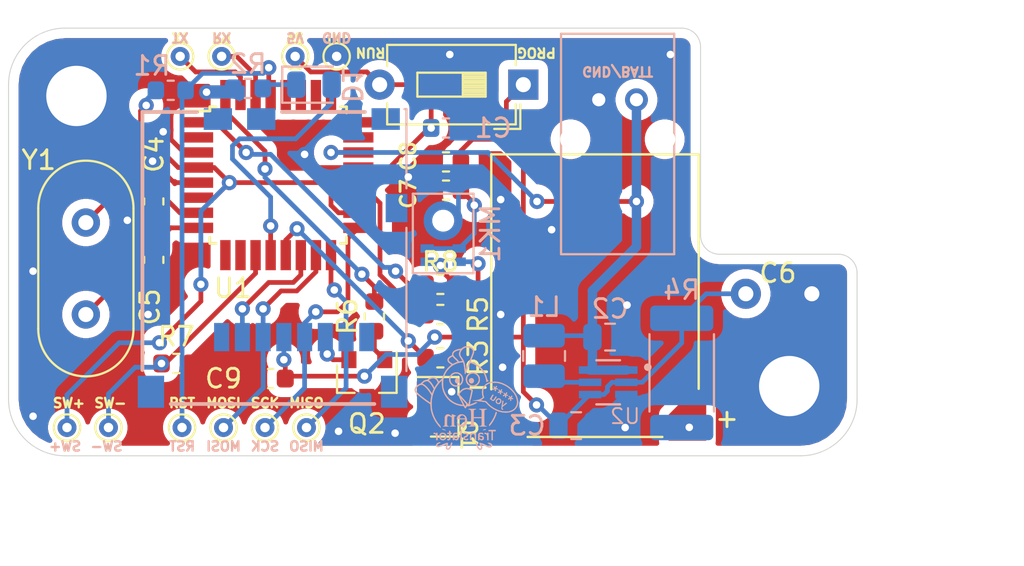
<source format=kicad_pcb>
(kicad_pcb (version 20171130) (host pcbnew "(5.1.8)-1")
  (layers (0 F.Cu signal) (31 B.Cu signal) (34 B.Paste user) (35 F.Paste user) (36 B.SilkS user) (37 F.SilkS user) (38 B.Mask user) (39 F.Mask user) (44 Edge.Cuts user))
  (net 0 "")
  (net 1 MCU_POWER)
  (net 2 GND)
  (net 3 +BATT)
  (net 4 +3V3)
  (net 5 "Net-(C4-Pad2)")
  (net 6 "Net-(C5-Pad2)")
  (net 7 "Net-(D1-Pad1)")
  (net 8 "Net-(D1-Pad2)")
  (net 9 "Net-(J1-Pad9)")
  (net 10 "Net-(J1-Pad8)")
  (net 11 /MISO)
  (net 12 /SCK)
  (net 13 /MOSI)
  (net 14 /CS)
  (net 15 "Net-(J1-Pad1)")
  (net 16 "Net-(L1-Pad2)")
  (net 17 "Net-(LS1-Pad1)")
  (net 18 "Net-(LS1-Pad2)")
  (net 19 "Net-(MK1-Pad1)")
  (net 20 "Net-(MK1-Pad3)")
  (net 21 "Net-(Q1-Pad1)")
  (net 22 "Net-(Q2-Pad1)")
  (net 23 /RESET)
  (net 24 /SPEAKER)
  (net 25 /MICDATA)
  (net 26 /SD_POWER)
  (net 27 "Net-(R7-Pad1)")
  (net 28 /MICCLK)
  (net 29 "Net-(U1-Pad2)")
  (net 30 "Net-(U1-Pad9)")
  (net 31 "Net-(U1-Pad10)")
  (net 32 "Net-(U1-Pad23)")
  (net 33 "Net-(U1-Pad24)")
  (net 34 "Net-(U1-Pad25)")
  (net 35 "Net-(U1-Pad26)")
  (net 36 "Net-(U1-Pad27)")
  (net 37 "Net-(U1-Pad28)")
  (net 38 "Net-(TP9-Pad1)")
  (net 39 "Net-(TP10-Pad1)")
  (net 40 "Net-(J1-Pad6)")
  (net 41 "Net-(J1-Pad10)")
  (module Board:logo (layer B.Cu) (at 44.2 39.6 180)
    (fp_text reference G*** hide)
    (fp_text value LOGO hide)
  )
  (module Board:MOLEX_5025700893 (layer B.Cu) (at 34 32.2)
    (fp_text reference J1 hide)
    (fp_text value 5025700893)
    (pad 8 smd rect (at 5 4.2) (size 0.8 1.5) (layers B.Cu B.Paste B.Mask) (net 10 "Net-(J1-Pad8)"))
    (pad 7 smd rect (at 3.9 4.2) (size 0.8 1.5) (layers B.Cu B.Paste B.Mask) (net 11 /MISO))
    (pad 6 smd rect (at 2.8 4.2) (size 0.8 1.5) (layers B.Cu B.Paste B.Mask) (net 40 "Net-(J1-Pad6)"))
    (pad 5 smd rect (at 1.7 4.2) (size 0.8 1.5) (layers B.Cu B.Paste B.Mask) (net 12 /SCK))
    (pad 4 smd rect (at 0.6 4.2) (size 0.8 1.5) (layers B.Cu B.Paste B.Mask) (net 4 +3V3))
    (pad 3 smd rect (at -0.5 4.2) (size 0.8 1.5) (layers B.Cu B.Paste B.Mask) (net 13 /MOSI))
    (pad 2 smd rect (at -1.6 4.2) (size 0.8 1.5) (layers B.Cu B.Paste B.Mask) (net 14 /CS))
    (pad 1 smd rect (at -2.7 4.2) (size 0.8 1.5) (layers B.Cu B.Paste B.Mask) (net 15 "Net-(J1-Pad1)"))
    (pad 9 smd rect (at 6.575 -2.65) (size 1.15 1.5) (layers B.Cu B.Paste B.Mask) (net 9 "Net-(J1-Pad9)"))
    (pad P$5 smd rect (at 6 -7.375) (size 1.5 1.15) (layers B.Cu B.Paste B.Mask))
    (pad 10 smd rect (at -0.6 -7.375) (size 1.5 1.15) (layers B.Cu B.Paste B.Mask) (net 41 "Net-(J1-Pad10)"))
    (pad P$3 smd rect (at -2.9 -7.375) (size 1.5 1.15) (layers B.Cu B.Paste B.Mask))
    (pad P$2 smd rect (at 6.45 7.1) (size 1.4 1.7) (layers B.Cu B.Paste B.Mask))
    (pad P$1 smd rect (at -6.45 7.1) (size 1.4 1.7) (layers B.Cu B.Paste B.Mask))
  )
  (module Capacitor_THT:C_Radial_D8.0mm_H11.5mm_P3.50mm (layer F.Cu) (at 59.1 34.1)
    (fp_text reference C6 (at 1.7 -1.1) (layer F.SilkS))
    (fp_text value 1000uF)
    (pad 1 thru_hole circle (at 0 0) (size 1.6 1.6) (drill 0.8) (layers *.Cu *.Mask) (net 4 +3V3))
    (pad 2 thru_hole circle (at 3.5 0) (size 1.6 1.6) (drill 0.8) (layers *.Cu *.Mask) (net 2 GND))
  )
  (module Board:SPKR_CMS-151135-078S-67 (layer F.Cu) (at 51.1 34.2)
    (fp_text reference LS1 hide)
    (fp_text value Speaker hide)
    (fp_poly (pts (xy -5.9 5.3) (xy -4.92 5.3) (xy -3.9 6.32) (xy -3.9 7.7) (xy -5.9 7.7)) (layer F.Cu) (width 0.0001))
    (fp_poly (pts (xy 4.92 5.3) (xy 5.9 5.3) (xy 5.9 7.7) (xy 3.9 7.7) (xy 3.9 6.32)) (layer F.Cu) (width 0.0001))
    (fp_line (start -5.9 7.7) (end -5.9 5.3) (layer F.Cu) (width 0.0001))
    (fp_line (start -5.9 5.3) (end -4.92 5.3) (layer F.Cu) (width 0.0001))
    (fp_line (start -4.92 5.3) (end -3.9 6.32) (layer F.Cu) (width 0.0001))
    (fp_line (start -3.9 6.32) (end -3.9 7.7) (layer F.Cu) (width 0.0001))
    (fp_line (start -3.9 7.7) (end -5.9 7.7) (layer F.Cu) (width 0.0001))
    (fp_text user - (at -6.2 4.8) (layer F.SilkS))
    (fp_text user + (at 7 6.5) (layer F.SilkS))
    (pad 2 smd rect (at -5 6.99) (size 1 1) (layers F.Cu) (net 18 "Net-(LS1-Pad2)"))
    (pad 1 smd rect (at 5 6.99) (size 1 1) (layers F.Cu) (net 17 "Net-(LS1-Pad1)"))
  )
  (module MountingHole:MountingHole_3.2mm_M3_DIN965_Pad (layer F.Cu) (at 61.4 39)
    (fp_text reference REF** hide)
    (fp_text value MountingHole_3.2mm_M3_DIN965_Pad hide)
    (pad 1 thru_hole circle (at 0 0) (size 5.6 5.6) (drill 3.2) (layers *.Cu *.Mask) (net 2 GND))
  )
  (module MountingHole:MountingHole_3.2mm_M3_DIN965_Pad (layer F.Cu) (at 23.6 23.6)
    (fp_text reference REF** hide)
    (fp_text value MountingHole_3.2mm_M3_DIN965_Pad hide)
    (pad 1 thru_hole circle (at 0 0) (size 5.6 5.6) (drill 3.2) (layers *.Cu *.Mask) (net 2 GND))
  )
  (module Capacitor_SMD:C_0603_1608Metric (layer B.Cu) (at 43.2 25.3)
    (fp_text reference C1 (at 2.5 0 180) (layer B.SilkS) (effects (justify mirror)))
    (fp_text value 100nF)
    (pad 1 smd roundrect (at -0.7875 0) (size 0.875 0.95) (layers B.Cu B.Paste B.Mask) (net 1 MCU_POWER))
    (pad 2 smd roundrect (at 0.7875 0) (size 0.875 0.95) (layers B.Cu B.Paste B.Mask) (net 2 GND))
  )
  (module Capacitor_SMD:C_0805_2012Metric (layer B.Cu) (at 51.9 36.4)
    (fp_text reference C2 (at 0 -1.5) (layer B.SilkS) (effects (justify mirror)))
    (fp_text value 10uF)
    (pad 2 smd roundrect (at 0.9375 0) (size 0.975 1.4) (layers B.Cu B.Paste B.Mask) (net 2 GND))
    (pad 1 smd roundrect (at -0.9375 0) (size 0.975 1.4) (layers B.Cu B.Paste B.Mask) (net 3 +BATT))
  )
  (module Capacitor_SMD:C_0805_2012Metric (layer B.Cu) (at 50.1 41.1)
    (fp_text reference C3 (at -2.6 0) (layer B.SilkS) (effects (justify mirror)))
    (fp_text value 10uF)
    (pad 1 smd roundrect (at -0.9375 0) (size 0.975 1.4) (layers B.Cu B.Paste B.Mask) (net 4 +3V3))
    (pad 2 smd roundrect (at 0.9375 0) (size 0.975 1.4) (layers B.Cu B.Paste B.Mask) (net 2 GND))
  )
  (module Capacitor_SMD:C_0603_1608Metric (layer F.Cu) (at 27.7 29.2 90)
    (fp_text reference C4 (at 2.5 0 90) (layer F.SilkS))
    (fp_text value 18pF)
    (pad 1 smd roundrect (at -0.7875 0 90) (size 0.875 0.95) (layers F.Cu F.Paste F.Mask) (net 2 GND))
    (pad 2 smd roundrect (at 0.7875 0 90) (size 0.875 0.95) (layers F.Cu F.Paste F.Mask) (net 5 "Net-(C4-Pad2)"))
  )
  (module Capacitor_SMD:C_0603_1608Metric (layer F.Cu) (at 27.7 32.3 90)
    (fp_text reference C5 (at -2.5 -0.2 90) (layer F.SilkS))
    (fp_text value 18pF)
    (pad 2 smd roundrect (at 0.7875 0 90) (size 0.875 0.95) (layers F.Cu F.Paste F.Mask) (net 6 "Net-(C5-Pad2)"))
    (pad 1 smd roundrect (at -0.7875 0 90) (size 0.875 0.95) (layers F.Cu F.Paste F.Mask) (net 2 GND))
  )
  (module Capacitor_SMD:C_0603_1608Metric (layer F.Cu) (at 43.2 28.6)
    (fp_text reference C7 (at -2 0.2 90) (layer F.SilkS) (effects (font (size 0.8 0.8))))
    (fp_text value 100nF)
    (pad 2 smd roundrect (at 0.7875 0) (size 0.875 0.95) (layers F.Cu F.Paste F.Mask) (net 4 +3V3))
    (pad 1 smd roundrect (at -0.7875 0) (size 0.875 0.95) (layers F.Cu F.Paste F.Mask) (net 2 GND))
  )
  (module Capacitor_SMD:C_0603_1608Metric (layer F.Cu) (at 43.2 27.1)
    (fp_text reference C8 (at -2 -0.3 90) (layer F.SilkS) (effects (font (size 0.8 0.8))))
    (fp_text value 100nF)
    (pad 1 smd roundrect (at -0.7875 0) (size 0.875 0.95) (layers F.Cu F.Paste F.Mask) (net 2 GND))
    (pad 2 smd roundrect (at 0.7875 0) (size 0.875 0.95) (layers F.Cu F.Paste F.Mask) (net 4 +3V3))
  )
  (module LED_SMD:LED_0805_2012Metric (layer B.Cu) (at 36.2 23)
    (fp_text reference D1 (at 2 0 270 unlocked) (layer B.SilkS) (effects (justify mirror)))
    (fp_text value RED)
    (pad 1 smd roundrect (at -0.9375 0) (size 0.975 1.4) (layers B.Cu B.Paste B.Mask) (net 7 "Net-(D1-Pad1)"))
    (pad 2 smd roundrect (at 0.9375 0) (size 0.975 1.4) (layers B.Cu B.Paste B.Mask) (net 8 "Net-(D1-Pad2)"))
  )
  (module ConnectorsEvo:S02B-PASK (layer B.Cu) (at 52.3 23.8)
    (fp_text reference J2 hide)
    (fp_text value Conn_01x02_Male)
    (pad "" np_thru_hole circle (at 2.5 2.1) (size 1.1 1.1) (drill 1.1) (layers *.Cu *.Mask))
    (pad 2 thru_hole circle (at -1 0) (size 1.208 1.208) (drill 0.7) (layers *.Cu *.Mask) (net 2 GND))
    (pad 1 thru_hole circle (at 1 0) (size 1.208 1.208) (drill 0.7) (layers *.Cu *.Mask F.Adhes) (net 3 +BATT))
    (pad "" np_thru_hole circle (at -2.5 2.1) (size 1.1 1.1) (drill 1.1) (layers *.Cu *.Mask))
  )
  (module Inductor_SMD:L_1008_2520Metric (layer B.Cu) (at 48.4 37.4 270)
    (fp_text reference L1 (at -2.6 0 180) (layer B.SilkS) (effects (justify mirror)))
    (fp_text value 4.7uH)
    (pad 1 smd roundrect (at -1.075 0 270) (size 1.25 2.2) (layers B.Cu B.Paste B.Mask) (roundrect_rratio 0.2) (net 3 +BATT))
    (pad 2 smd roundrect (at 1.075 0 270) (size 1.25 2.2) (layers B.Cu B.Paste B.Mask) (roundrect_rratio 0.2) (net 16 "Net-(L1-Pad2)"))
  )
  (module Sensor_Audio:Infineon_PG-LLGA-5-1 (layer B.Cu) (at 43.05 30.9 90)
    (fp_text reference MK1 (at 0 2.5 270) (layer B.SilkS) (effects (justify mirror)))
    (fp_text value IM69D120)
    (pad 1 smd rect (at -1.5 0.85 90) (size 0.45 0.7) (layers B.Cu B.Mask) (net 19 "Net-(MK1-Pad1)"))
    (pad 2 smd rect (at -0.8 0.85 90) (size 0.45 0.7) (layers B.Cu B.Mask) (net 4 +3V3))
    (pad 3 smd rect (at -1.5 -0.85 90) (size 0.45 0.7) (layers B.Cu B.Mask) (net 20 "Net-(MK1-Pad3)"))
    (pad 4 smd rect (at -0.8 -0.85 90) (size 0.45 0.7) (layers B.Cu B.Mask) (net 4 +3V3))
    (pad "" np_thru_hole circle (at 0.68 0 90) (size 0.8 0.8) (drill 0.8) (layers *.Cu *.Mask))
    (pad 5 smd custom (at 0.68 0.81 90) (size 0.4 0.4) (layers B.Cu B.Mask) (net 2 GND) (options (clearance outline) (anchor circle)) (primitives (gr_circle (center 0 -0.81) (end 0.81 -0.81) (width 0.46))))
  )
  (module Package_TO_SOT_SMD:SOT-23 (layer F.Cu) (at 43.1 40.1)
    (fp_text reference Q1 (at 1.3 1.5 270 unlocked) (layer F.SilkS) (effects (font (size 0.8 0.8))))
    (fp_text value Q_NMOS_GSD)
    (pad 1 smd rect (at -1 -0.95) (size 0.9 0.8) (layers F.Cu F.Paste F.Mask) (net 21 "Net-(Q1-Pad1)"))
    (pad 2 smd rect (at -1 0.95) (size 0.9 0.8) (layers F.Cu F.Paste F.Mask) (net 18 "Net-(LS1-Pad2)"))
    (pad 3 smd rect (at 1 0) (size 0.9 0.8) (layers F.Cu F.Paste F.Mask) (net 2 GND))
  )
  (module Package_TO_SOT_SMD:SOT-23 (layer F.Cu) (at 39 38.6 270)
    (fp_text reference Q2 (at 2.4 0 180) (layer F.SilkS))
    (fp_text value Q_NMOS_GSD)
    (pad 3 smd rect (at 1 0 270) (size 0.9 0.8) (layers F.Cu F.Paste F.Mask) (net 2 GND))
    (pad 2 smd rect (at -1 0.95 270) (size 0.9 0.8) (layers F.Cu F.Paste F.Mask) (net 40 "Net-(J1-Pad6)"))
    (pad 1 smd rect (at -1 -0.95 270) (size 0.9 0.8) (layers F.Cu F.Paste F.Mask) (net 22 "Net-(Q2-Pad1)"))
  )
  (module Resistor_SMD:R_0603_1608Metric (layer B.Cu) (at 28.6 23.3)
    (fp_text reference R1 (at -1 -1.3 180) (layer B.SilkS) (effects (justify mirror)))
    (fp_text value 10k)
    (pad 1 smd roundrect (at -0.7875 0) (size 0.875 0.95) (layers B.Cu B.Paste B.Mask) (net 1 MCU_POWER))
    (pad 2 smd roundrect (at 0.7875 0) (size 0.875 0.95) (layers B.Cu B.Paste B.Mask) (net 23 /RESET))
  )
  (module Resistor_SMD:R_0603_1608Metric (layer B.Cu) (at 32.7 23.2 180)
    (fp_text reference R2 (at 0 1.3) (layer B.SilkS) (effects (justify mirror)))
    (fp_text value 120)
    (pad 1 smd roundrect (at -0.7875 0 180) (size 0.875 0.95) (layers B.Cu B.Paste B.Mask) (net 7 "Net-(D1-Pad1)"))
    (pad 2 smd roundrect (at 0.7875 0 180) (size 0.875 0.95) (layers B.Cu B.Paste B.Mask) (net 2 GND))
  )
  (module Resistor_SMD:R_0603_1608Metric (layer F.Cu) (at 42.9 37.5 180)
    (fp_text reference R3 (at -2 0 90) (layer F.SilkS))
    (fp_text value 1k)
    (pad 2 smd roundrect (at 0.7875 0 180) (size 0.875 0.95) (layers F.Cu F.Paste F.Mask) (net 24 /SPEAKER))
    (pad 1 smd roundrect (at -0.7875 0 180) (size 0.875 0.95) (layers F.Cu F.Paste F.Mask) (net 21 "Net-(Q1-Pad1)"))
  )
  (module Resistor_SMD:R_2512_6332Metric (layer B.Cu) (at 55.7 38.3 270)
    (fp_text reference R4 (at -4.4 0 180) (layer B.SilkS) (effects (justify mirror)))
    (fp_text value 3.48)
    (pad 1 smd roundrect (at -2.9 0 270) (size 1.35 3.35) (layers B.Cu B.Paste B.Mask) (roundrect_rratio 0.185185) (net 4 +3V3))
    (pad 2 smd roundrect (at 2.9 0 270) (size 1.35 3.35) (layers B.Cu B.Paste B.Mask) (roundrect_rratio 0.185185) (net 17 "Net-(LS1-Pad1)"))
  )
  (module Resistor_SMD:R_0603_1608Metric (layer F.Cu) (at 42.9 35.2 180)
    (fp_text reference R5 (at -2 0 90) (layer F.SilkS))
    (fp_text value 68)
    (pad 2 smd roundrect (at 0.7875 0 180) (size 0.875 0.95) (layers F.Cu F.Paste F.Mask) (net 25 /MICDATA))
    (pad 1 smd roundrect (at -0.7875 0 180) (size 0.875 0.95) (layers F.Cu F.Paste F.Mask) (net 19 "Net-(MK1-Pad1)"))
  )
  (module Resistor_SMD:R_0603_1608Metric (layer F.Cu) (at 39.4 35.3 90)
    (fp_text reference R6 (at 0 -1.43 90) (layer F.SilkS))
    (fp_text value 1k)
    (pad 1 smd roundrect (at -0.7875 0 90) (size 0.875 0.95) (layers F.Cu F.Paste F.Mask) (net 22 "Net-(Q2-Pad1)"))
    (pad 2 smd roundrect (at 0.7875 0 90) (size 0.875 0.95) (layers F.Cu F.Paste F.Mask) (net 26 /SD_POWER))
  )
  (module Resistor_SMD:R_0603_1608Metric (layer F.Cu) (at 28.9 37.8)
    (fp_text reference R7 (at 0 -1.43) (layer F.SilkS))
    (fp_text value 10k)
    (pad 2 smd roundrect (at 0.7875 0) (size 0.875 0.95) (layers F.Cu F.Paste F.Mask) (net 2 GND))
    (pad 1 smd roundrect (at -0.7875 0) (size 0.875 0.95) (layers F.Cu F.Paste F.Mask) (net 27 "Net-(R7-Pad1)"))
  )
  (module Resistor_SMD:R_0603_1608Metric (layer F.Cu) (at 42.9 33.6 180)
    (fp_text reference R8 (at 0 1.2 180) (layer F.SilkS))
    (fp_text value 68)
    (pad 2 smd roundrect (at 0.7875 0 180) (size 0.875 0.95) (layers F.Cu F.Paste F.Mask) (net 28 /MICCLK))
    (pad 1 smd roundrect (at -0.7875 0 180) (size 0.875 0.95) (layers F.Cu F.Paste F.Mask) (net 20 "Net-(MK1-Pad3)"))
  )
  (module Button_Switch_THT:SW_DIP_SPSTx01_Slide_6.7x4.1mm_W7.62mm_P2.54mm_LowProfile (layer F.Cu) (at 47.3 23 180)
    (fp_text reference SW2 hide)
    (fp_text value SW_SPST)
    (pad 1 thru_hole rect (at 0 0 180) (size 1.6 1.6) (drill 0.8) (layers *.Cu *.Mask) (net 4 +3V3))
    (pad 2 thru_hole oval (at 7.62 0 180) (size 1.6 1.6) (drill 0.8) (layers *.Cu *.Mask) (net 1 MCU_POWER))
  )
  (module TestPoint:TestPoint_THTPad_D1.0mm_Drill0.5mm (layer F.Cu) (at 23.1 41.2 180)
    (fp_text reference TP1 hide)
    (fp_text value TestPoint)
    (pad 1 thru_hole circle (at 0 0 180) (size 1 1) (drill 0.5) (layers *.Cu *.Mask) (net 1 MCU_POWER))
  )
  (module TestPoint:TestPoint_THTPad_D1.0mm_Drill0.5mm (layer F.Cu) (at 25.3 41.2 180)
    (fp_text reference TP2 hide)
    (fp_text value TestPoint)
    (pad 1 thru_hole circle (at 0 0 180) (size 1 1) (drill 0.5) (layers *.Cu *.Mask) (net 27 "Net-(R7-Pad1)"))
  )
  (module TestPoint:TestPoint_THTPad_D1.0mm_Drill0.5mm (layer F.Cu) (at 35.2 21.5)
    (fp_text reference TP3 hide)
    (fp_text value TestPoint)
    (pad 1 thru_hole circle (at 0 0) (size 1 1) (drill 0.5) (layers *.Cu *.Mask) (net 1 MCU_POWER))
  )
  (module TestPoint:TestPoint_THTPad_D1.0mm_Drill0.5mm (layer F.Cu) (at 33.6 41.2 180)
    (fp_text reference TP4 hide)
    (fp_text value TestPoint)
    (pad 1 thru_hole circle (at 0 0 180) (size 1 1) (drill 0.5) (layers *.Cu *.Mask) (net 12 /SCK))
  )
  (module TestPoint:TestPoint_THTPad_D1.0mm_Drill0.5mm (layer F.Cu) (at 35.8 41.2 180)
    (fp_text reference TP5 hide)
    (fp_text value TestPoint)
    (pad 1 thru_hole circle (at 0 0 180) (size 1 1) (drill 0.5) (layers *.Cu *.Mask) (net 11 /MISO))
  )
  (module TestPoint:TestPoint_THTPad_D1.0mm_Drill0.5mm (layer F.Cu) (at 31.4 41.2 180)
    (fp_text reference TP6 hide)
    (fp_text value TestPoint)
    (pad 1 thru_hole circle (at 0 0 180) (size 1 1) (drill 0.5) (layers *.Cu *.Mask) (net 13 /MOSI))
  )
  (module TestPoint:TestPoint_THTPad_D1.0mm_Drill0.5mm (layer F.Cu) (at 29.2 41.2 180)
    (fp_text reference TP7 hide)
    (fp_text value TestPoint)
    (pad 1 thru_hole circle (at 0 0 180) (size 1 1) (drill 0.5) (layers *.Cu *.Mask) (net 23 /RESET))
  )
  (module TestPoint:TestPoint_THTPad_D1.0mm_Drill0.5mm (layer F.Cu) (at 37.4 21.5)
    (fp_text reference TP8 hide)
    (fp_text value TestPoint)
    (pad 1 thru_hole circle (at 0 0) (size 1 1) (drill 0.5) (layers *.Cu *.Mask) (net 2 GND))
  )
  (module Package_QFP:TQFP-32_7x7mm_P0.8mm (layer F.Cu) (at 34.3 27.8)
    (fp_text reference U1 (at -2.4 6) (layer F.SilkS))
    (fp_text value ATmega328P-AU)
    (pad 1 smd rect (at -4.25 -2.8) (size 1.6 0.55) (layers F.Cu F.Paste F.Mask) (net 28 /MICCLK))
    (pad 2 smd rect (at -4.25 -2) (size 1.6 0.55) (layers F.Cu F.Paste F.Mask) (net 29 "Net-(U1-Pad2)"))
    (pad 3 smd rect (at -4.25 -1.2) (size 1.6 0.55) (layers F.Cu F.Paste F.Mask) (net 2 GND))
    (pad 4 smd rect (at -4.25 -0.4) (size 1.6 0.55) (layers F.Cu F.Paste F.Mask) (net 1 MCU_POWER))
    (pad 5 smd rect (at -4.25 0.4) (size 1.6 0.55) (layers F.Cu F.Paste F.Mask) (net 2 GND))
    (pad 6 smd rect (at -4.25 1.2) (size 1.6 0.55) (layers F.Cu F.Paste F.Mask) (net 1 MCU_POWER))
    (pad 7 smd rect (at -4.25 2) (size 1.6 0.55) (layers F.Cu F.Paste F.Mask) (net 5 "Net-(C4-Pad2)"))
    (pad 8 smd rect (at -4.25 2.8) (size 1.6 0.55) (layers F.Cu F.Paste F.Mask) (net 6 "Net-(C5-Pad2)"))
    (pad 9 smd rect (at -2.8 4.25 90) (size 1.6 0.55) (layers F.Cu F.Paste F.Mask) (net 30 "Net-(U1-Pad9)"))
    (pad 10 smd rect (at -2 4.25 90) (size 1.6 0.55) (layers F.Cu F.Paste F.Mask) (net 31 "Net-(U1-Pad10)"))
    (pad 11 smd rect (at -1.2 4.25 90) (size 1.6 0.55) (layers F.Cu F.Paste F.Mask) (net 27 "Net-(R7-Pad1)"))
    (pad 12 smd rect (at -0.4 4.25 90) (size 1.6 0.55) (layers F.Cu F.Paste F.Mask) (net 8 "Net-(D1-Pad2)"))
    (pad 13 smd rect (at 0.4 4.25 90) (size 1.6 0.55) (layers F.Cu F.Paste F.Mask) (net 24 /SPEAKER))
    (pad 14 smd rect (at 1.2 4.25 90) (size 1.6 0.55) (layers F.Cu F.Paste F.Mask) (net 14 /CS))
    (pad 15 smd rect (at 2 4.25 90) (size 1.6 0.55) (layers F.Cu F.Paste F.Mask) (net 13 /MOSI))
    (pad 16 smd rect (at 2.8 4.25 90) (size 1.6 0.55) (layers F.Cu F.Paste F.Mask) (net 11 /MISO))
    (pad 17 smd rect (at 4.25 2.8) (size 1.6 0.55) (layers F.Cu F.Paste F.Mask) (net 12 /SCK))
    (pad 18 smd rect (at 4.25 2) (size 1.6 0.55) (layers F.Cu F.Paste F.Mask) (net 1 MCU_POWER))
    (pad 19 smd rect (at 4.25 1.2) (size 1.6 0.55) (layers F.Cu F.Paste F.Mask) (net 25 /MICDATA))
    (pad 20 smd rect (at 4.25 0.4) (size 1.6 0.55) (layers F.Cu F.Paste F.Mask) (net 1 MCU_POWER))
    (pad 21 smd rect (at 4.25 -0.4) (size 1.6 0.55) (layers F.Cu F.Paste F.Mask) (net 2 GND))
    (pad 22 smd rect (at 4.25 -1.2) (size 1.6 0.55) (layers F.Cu F.Paste F.Mask) (net 3 +BATT))
    (pad 23 smd rect (at 4.25 -2) (size 1.6 0.55) (layers F.Cu F.Paste F.Mask) (net 32 "Net-(U1-Pad23)"))
    (pad 24 smd rect (at 4.25 -2.8) (size 1.6 0.55) (layers F.Cu F.Paste F.Mask) (net 33 "Net-(U1-Pad24)"))
    (pad 25 smd rect (at 2.8 -4.25 90) (size 1.6 0.55) (layers F.Cu F.Paste F.Mask) (net 34 "Net-(U1-Pad25)"))
    (pad 26 smd rect (at 2 -4.25 90) (size 1.6 0.55) (layers F.Cu F.Paste F.Mask) (net 35 "Net-(U1-Pad26)"))
    (pad 27 smd rect (at 1.2 -4.25 90) (size 1.6 0.55) (layers F.Cu F.Paste F.Mask) (net 36 "Net-(U1-Pad27)"))
    (pad 28 smd rect (at 0.4 -4.25 90) (size 1.6 0.55) (layers F.Cu F.Paste F.Mask) (net 37 "Net-(U1-Pad28)"))
    (pad 29 smd rect (at -0.4 -4.25 90) (size 1.6 0.55) (layers F.Cu F.Paste F.Mask) (net 23 /RESET))
    (pad 30 smd rect (at -1.2 -4.25 90) (size 1.6 0.55) (layers F.Cu F.Paste F.Mask) (net 38 "Net-(TP9-Pad1)"))
    (pad 31 smd rect (at -2 -4.25 90) (size 1.6 0.55) (layers F.Cu F.Paste F.Mask) (net 39 "Net-(TP10-Pad1)"))
    (pad 32 smd rect (at -2.8 -4.25 90) (size 1.6 0.55) (layers F.Cu F.Paste F.Mask) (net 26 /SD_POWER))
  )
  (module Board:SOT65P210X110-6N (layer B.Cu) (at 51.8 38.8 180)
    (fp_text reference U2 (at -0.9 -1.8) (layer B.SilkS) (effects (font (size 0.8 0.8) (thickness 0.1)) (justify mirror)))
    (fp_text value TLV61225DCKR)
    (pad 6 smd rect (at 0.96 0.65 180) (size 1.19 0.4) (layers B.Cu B.Paste B.Mask) (net 3 +BATT))
    (pad 5 smd rect (at 0.96 0 180) (size 1.19 0.4) (layers B.Cu B.Paste B.Mask) (net 16 "Net-(L1-Pad2)"))
    (pad 4 smd rect (at 0.96 -0.65 180) (size 1.19 0.4) (layers B.Cu B.Paste B.Mask) (net 4 +3V3))
    (pad 3 smd rect (at -0.96 -0.65 180) (size 1.19 0.4) (layers B.Cu B.Paste B.Mask) (net 2 GND))
    (pad 2 smd rect (at -0.96 0 180) (size 1.19 0.4) (layers B.Cu B.Paste B.Mask) (net 4 +3V3))
    (pad 1 smd rect (at -0.96 0.65 180) (size 1.19 0.4) (layers B.Cu B.Paste B.Mask) (net 3 +BATT))
  )
  (module Crystal:Crystal_HC49-4H_Vertical (layer F.Cu) (at 24.1 35.2 90)
    (fp_text reference Y1 (at 8.2 -2.5 180) (layer F.SilkS))
    (fp_text value 10MHz)
    (pad 1 thru_hole circle (at 0 0 90) (size 1.5 1.5) (drill 0.8) (layers *.Cu *.Mask) (net 6 "Net-(C5-Pad2)"))
    (pad 2 thru_hole circle (at 4.88 0 90) (size 1.5 1.5) (drill 0.8) (layers *.Cu *.Mask) (net 5 "Net-(C4-Pad2)"))
  )
  (module TestPoint:TestPoint_THTPad_D1.0mm_Drill0.5mm (layer F.Cu) (at 31.3 21.5)
    (fp_text reference TP9 hide)
    (fp_text value TestPoint)
    (pad 1 thru_hole circle (at 0 0) (size 1 1) (drill 0.5) (layers *.Cu *.Mask) (net 38 "Net-(TP9-Pad1)"))
  )
  (module TestPoint:TestPoint_THTPad_D1.0mm_Drill0.5mm (layer F.Cu) (at 29.1 21.5)
    (fp_text reference TP10 hide)
    (fp_text value TestPoint)
    (pad 1 thru_hole circle (at 0 0) (size 1 1) (drill 0.5) (layers *.Cu *.Mask) (net 39 "Net-(TP10-Pad1)"))
  )
  (module Capacitor_SMD:C_0603_1608Metric (layer F.Cu) (at 33.9 38.6 180)
    (fp_text reference C9 (at 2.5 0 180) (layer F.SilkS))
    (fp_text value 100nF)
    (pad 1 smd roundrect (at -0.775 0 180) (size 0.9 0.95) (layers F.Cu F.Paste F.Mask) (net 4 +3V3))
    (pad 2 smd roundrect (at 0.775 0 180) (size 0.9 0.95) (layers F.Cu F.Paste F.Mask) (net 2 GND))
  )
  (gr_text GND/BATT (at 52.3 22.3 180) (layer B.SilkS) (effects (font (size 0.5 0.5) (thickness 0.125)) (justify mirror)))
  (gr_text PROG (at 48 21.3 180) (layer F.SilkS) (effects (font (size 0.5 0.5) (thickness 0.125))))
  (gr_text RUN (at 39.2 21.3 180) (layer F.SilkS) (effects (font (size 0.5 0.5) (thickness 0.125))))
  (gr_text GND (at 37.4 20.5 180) (layer B.SilkS) (effects (font (size 0.5 0.5) (thickness 0.125)) (justify mirror)))
  (gr_text 5V (at 35.2 20.5 180) (layer B.SilkS) (effects (font (size 0.5 0.5) (thickness 0.125)) (justify mirror)))
  (gr_text RX (at 31.3 20.5 180) (layer B.SilkS) (effects (font (size 0.5 0.5) (thickness 0.125)) (justify mirror)))
  (gr_text TX (at 29.1 20.5 180) (layer B.SilkS) (effects (font (size 0.5 0.5) (thickness 0.125)) (justify mirror)))
  (gr_text MISO (at 35.8 42.2) (layer B.SilkS) (effects (font (size 0.5 0.5) (thickness 0.125)) (justify mirror)))
  (gr_text SCK (at 33.6 42.2) (layer B.SilkS) (effects (font (size 0.5 0.5) (thickness 0.125)) (justify mirror)))
  (gr_text MOSI (at 31.4 42.2) (layer B.SilkS) (effects (font (size 0.5 0.5) (thickness 0.125)) (justify mirror)))
  (gr_text RST (at 29.2 42.2) (layer B.SilkS) (effects (font (size 0.5 0.5) (thickness 0.125)) (justify mirror)))
  (gr_text SW- (at 25.2 42.2) (layer B.SilkS) (effects (font (size 0.5 0.5) (thickness 0.125)) (justify mirror)))
  (gr_text SW+ (at 23 42.2) (layer B.SilkS) (effects (font (size 0.5 0.5) (thickness 0.125)) (justify mirror)))
  (gr_text MISO (at 35.8 39.9) (layer F.SilkS) (effects (font (size 0.5 0.5) (thickness 0.125))))
  (gr_text SCK (at 33.6 39.9) (layer F.SilkS) (effects (font (size 0.5 0.5) (thickness 0.125))))
  (gr_text MOSI (at 31.4 39.9) (layer F.SilkS) (effects (font (size 0.5 0.5) (thickness 0.125))))
  (gr_text RST (at 29.2 39.9) (layer F.SilkS) (effects (font (size 0.5 0.5) (thickness 0.125))))
  (gr_text SW- (at 25.4 39.9) (layer F.SilkS) (effects (font (size 0.5 0.5) (thickness 0.125))))
  (gr_text SW+ (at 23.2 39.9) (layer F.SilkS) (effects (font (size 0.5 0.5) (thickness 0.125))))
  (gr_text GND (at 37.4 20.5 180) (layer F.SilkS) (effects (font (size 0.5 0.5) (thickness 0.125))))
  (gr_text 5V (at 35.2 20.5 180) (layer F.SilkS) (effects (font (size 0.5 0.5) (thickness 0.125))))
  (gr_text TX (at 29.1 20.5 180) (layer F.SilkS) (effects (font (size 0.5 0.5) (thickness 0.125))))
  (gr_text RX (at 31.3 20.5 180) (layer F.SilkS) (effects (font (size 0.5 0.5) (thickness 0.125))))
  (gr_arc (start 55.7 21) (end 56.7 21) (angle -90) (layer Edge.Cuts) (width 0.05))
  (gr_arc (start 57.7 31) (end 56.7 31) (angle -90) (layer Edge.Cuts) (width 0.05))
  (gr_arc (start 64 33) (end 65 33) (angle -90) (layer Edge.Cuts) (width 0.05))
  (gr_line (start 56.7 31) (end 56.7 21) (layer Edge.Cuts) (width 0.05))
  (gr_line (start 64 32) (end 57.7 32) (layer Edge.Cuts) (width 0.05))
  (gr_arc (start 23 39.7) (end 20 39.7) (angle -90) (layer Edge.Cuts) (width 0.05))
  (gr_arc (start 62 39.7) (end 62 42.7) (angle -90) (layer Edge.Cuts) (width 0.05))
  (gr_arc (start 23 23) (end 23 20) (angle -90) (layer Edge.Cuts) (width 0.05))
  (gr_line (start 20 39.7) (end 20 23) (layer Edge.Cuts) (width 0.05))
  (gr_line (start 62 42.7) (end 23 42.7) (layer Edge.Cuts) (width 0.05))
  (gr_line (start 65 33) (end 65 39.7) (layer Edge.Cuts) (width 0.05))
  (gr_line (start 23 20) (end 55.7 20) (layer Edge.Cuts) (width 0.05))
  (segment (start 30.910002 27.4) (end 30.05 27.4) (width 0.25) (layer F.Cu) (net 1))
  (segment (start 31.710002 28.2) (end 30.910002 27.4) (width 0.25) (layer F.Cu) (net 1))
  (segment (start 38.55 28.2) (end 31.710002 28.2) (width 0.25) (layer F.Cu) (net 1))
  (segment (start 30.910002 29) (end 30.05 29) (width 0.25) (layer F.Cu) (net 1))
  (segment (start 31.710002 28.2) (end 30.910002 29) (width 0.25) (layer F.Cu) (net 1))
  (segment (start 39.7 23.22) (end 39.68 23.2) (width 0.25) (layer F.Cu) (net 1))
  (segment (start 37.5 29.8) (end 37.1 29.4) (width 0.25) (layer F.Cu) (net 1))
  (segment (start 38.55 29.8) (end 37.5 29.8) (width 0.25) (layer F.Cu) (net 1))
  (segment (start 37.5 28.2) (end 38.55 28.2) (width 0.25) (layer F.Cu) (net 1))
  (segment (start 37.1 28.6) (end 37.5 28.2) (width 0.25) (layer F.Cu) (net 1))
  (segment (start 37.1 29.4) (end 37.1 28.6) (width 0.25) (layer F.Cu) (net 1))
  (via (at 30.2 33.6) (size 0.8) (drill 0.4) (layers F.Cu B.Cu) (net 1))
  (via (at 31.710002 28.2) (size 0.8) (drill 0.4) (layers F.Cu B.Cu) (net 1))
  (segment (start 30.2 29.710002) (end 31.710002 28.2) (width 0.25) (layer B.Cu) (net 1))
  (segment (start 30.2 33.6) (end 30.2 29.710002) (width 0.25) (layer B.Cu) (net 1))
  (via (at 28 36.7) (size 0.8) (drill 0.4) (layers F.Cu B.Cu) (net 1))
  (segment (start 25.864998 36.7) (end 28 36.7) (width 0.25) (layer B.Cu) (net 1))
  (segment (start 23.1 39.464998) (end 25.864998 36.7) (width 0.25) (layer B.Cu) (net 1))
  (segment (start 23.1 41.2) (end 23.1 39.464998) (width 0.25) (layer B.Cu) (net 1))
  (segment (start 30.2 34.5) (end 28 36.7) (width 0.25) (layer F.Cu) (net 1))
  (segment (start 30.2 33.6) (end 30.2 34.5) (width 0.25) (layer F.Cu) (net 1))
  (segment (start 29 27.4) (end 27.8 26.2) (width 0.25) (layer F.Cu) (net 1))
  (segment (start 30.05 27.4) (end 29 27.4) (width 0.25) (layer F.Cu) (net 1))
  (segment (start 27.8 23.3125) (end 27.8125 23.3) (width 0.25) (layer B.Cu) (net 1))
  (segment (start 27.8 26.2) (end 27.1 25.5) (width 0.25) (layer F.Cu) (net 1))
  (segment (start 27.1 25.5) (end 27 25.4) (width 0.25) (layer F.Cu) (net 1))
  (via (at 27.3 24.1) (size 0.8) (drill 0.4) (layers F.Cu B.Cu) (net 1))
  (segment (start 27 24.4) (end 27.3 24.1) (width 0.25) (layer F.Cu) (net 1))
  (segment (start 27 25.4) (end 27 24.4) (width 0.25) (layer F.Cu) (net 1))
  (segment (start 27.3 23.8125) (end 27.8125 23.3) (width 0.25) (layer B.Cu) (net 1))
  (segment (start 27.3 24.1) (end 27.3 23.8125) (width 0.25) (layer B.Cu) (net 1))
  (segment (start 39.005001 22.325001) (end 39.68 23) (width 0.25) (layer F.Cu) (net 1))
  (segment (start 36.025001 22.325001) (end 39.005001 22.325001) (width 0.25) (layer F.Cu) (net 1))
  (segment (start 35.2 21.5) (end 36.025001 22.325001) (width 0.25) (layer F.Cu) (net 1))
  (via (at 42.4125 25.3) (size 0.8) (drill 0.4) (layers F.Cu B.Cu) (net 1))
  (segment (start 39.7 27.910002) (end 39.410002 28.2) (width 0.25) (layer F.Cu) (net 1))
  (segment (start 39.7 27.9) (end 39.7 27.910002) (width 0.25) (layer F.Cu) (net 1))
  (segment (start 39.410002 28.2) (end 38.55 28.2) (width 0.25) (layer F.Cu) (net 1))
  (segment (start 39.68 23) (end 41.3 23) (width 0.25) (layer F.Cu) (net 1))
  (segment (start 42.4125 24.1125) (end 42.4125 25.3) (width 0.25) (layer F.Cu) (net 1))
  (segment (start 41.3 23) (end 42.4125 24.1125) (width 0.25) (layer F.Cu) (net 1))
  (segment (start 42.3 25.3) (end 39.7 27.9) (width 0.25) (layer F.Cu) (net 1))
  (segment (start 42.4125 25.3) (end 42.3 25.3) (width 0.25) (layer F.Cu) (net 1))
  (segment (start 43.86 30.22) (end 43.86 28.56) (width 0.25) (layer B.Cu) (net 2))
  (via (at 41.2 27.9) (size 0.8) (drill 0.4) (layers F.Cu B.Cu) (net 2))
  (via (at 35.7 26.7) (size 0.8) (drill 0.4) (layers F.Cu B.Cu) (net 2))
  (segment (start 36.4 27.4) (end 35.7 26.7) (width 0.25) (layer F.Cu) (net 2))
  (segment (start 38.55 27.4) (end 36.4 27.4) (width 0.25) (layer F.Cu) (net 2))
  (segment (start 52.76 39.45) (end 52.76 39.74) (width 0.25) (layer B.Cu) (net 2))
  (via (at 48.8 30.7) (size 0.8) (drill 0.4) (layers F.Cu B.Cu) (net 2))
  (via (at 52.7 41.2) (size 0.8) (drill 0.4) (layers F.Cu B.Cu) (net 2))
  (via (at 55.1 21.4) (size 0.8) (drill 0.4) (layers F.Cu B.Cu) (net 2))
  (via (at 46.1 29.1) (size 0.8) (drill 0.4) (layers F.Cu B.Cu) (net 2))
  (via (at 46.2 38) (size 0.8) (drill 0.4) (layers F.Cu B.Cu) (net 2))
  (via (at 21.3 40.6) (size 0.8) (drill 0.4) (layers F.Cu B.Cu) (net 2))
  (via (at 27.4 35.2) (size 0.8) (drill 0.4) (layers F.Cu B.Cu) (net 2))
  (via (at 52.8 34.7) (size 0.8) (drill 0.4) (layers F.Cu B.Cu) (net 2))
  (via (at 37.5 41.4) (size 0.8) (drill 0.4) (layers F.Cu B.Cu) (net 2))
  (via (at 40.5 41.5) (size 0.8) (drill 0.4) (layers F.Cu B.Cu) (net 2))
  (via (at 43.5 39.3) (size 0.8) (drill 0.4) (layers F.Cu B.Cu) (net 2))
  (via (at 46.1 35.2) (size 0.8) (drill 0.4) (layers F.Cu B.Cu) (net 2))
  (via (at 27.637347 27.062653) (size 0.8) (drill 0.4) (layers F.Cu B.Cu) (net 2))
  (segment (start 28.774694 28.2) (end 27.637347 27.062653) (width 0.25) (layer F.Cu) (net 2))
  (segment (start 30.05 28.2) (end 28.774694 28.2) (width 0.25) (layer F.Cu) (net 2))
  (via (at 30.5 23.4) (size 0.8) (drill 0.4) (layers F.Cu B.Cu) (net 2))
  (segment (start 30.7 23.2) (end 30.5 23.4) (width 0.25) (layer B.Cu) (net 2))
  (segment (start 31.9125 23.2) (end 30.7 23.2) (width 0.25) (layer B.Cu) (net 2))
  (via (at 28.2 25.5) (size 0.8) (drill 0.4) (layers F.Cu B.Cu) (net 2))
  (segment (start 29.3 26.6) (end 28.2 25.5) (width 0.25) (layer F.Cu) (net 2))
  (segment (start 30.05 26.6) (end 29.3 26.6) (width 0.25) (layer F.Cu) (net 2))
  (via (at 43.4 21.4) (size 0.8) (drill 0.4) (layers F.Cu B.Cu) (net 2))
  (via (at 21.3 32.9) (size 0.8) (drill 0.4) (layers F.Cu B.Cu) (net 2))
  (via (at 26.3 30.2) (size 0.8) (drill 0.4) (layers F.Cu B.Cu) (net 2))
  (via (at 37.1 26.6) (size 0.8) (drill 0.4) (layers F.Cu B.Cu) (net 3))
  (segment (start 38.55 26.6) (end 37.1 26.6) (width 0.25) (layer F.Cu) (net 3))
  (segment (start 53.3 23.8) (end 53.3 26.8) (width 0.5) (layer B.Cu) (net 3))
  (segment (start 50.9625 33.9375) (end 50.9625 36.4) (width 0.5) (layer B.Cu) (net 3))
  (segment (start 53.3 31.6) (end 50.9625 33.9375) (width 0.5) (layer B.Cu) (net 3))
  (segment (start 50.9625 38.0275) (end 50.84 38.15) (width 0.5) (layer B.Cu) (net 3))
  (segment (start 50.9625 36.4) (end 50.9625 38.0275) (width 0.5) (layer B.Cu) (net 3))
  (segment (start 50.84 38.15) (end 52.76 38.15) (width 0.5) (layer B.Cu) (net 3))
  (segment (start 50.8875 36.325) (end 50.9625 36.4) (width 0.25) (layer B.Cu) (net 3))
  (segment (start 48.4 36.325) (end 50.8875 36.325) (width 0.25) (layer B.Cu) (net 3))
  (via (at 48.025 29.2) (size 0.8) (drill 0.4) (layers F.Cu B.Cu) (net 3))
  (segment (start 45.425 26.6) (end 48.025 29.2) (width 0.25) (layer B.Cu) (net 3))
  (segment (start 37.1 26.6) (end 45.425 26.6) (width 0.25) (layer B.Cu) (net 3))
  (via (at 53.3 29.2) (size 0.8) (drill 0.4) (layers F.Cu B.Cu) (net 3))
  (segment (start 48.025 29.2) (end 53.3 29.2) (width 0.25) (layer F.Cu) (net 3))
  (segment (start 53.3 29.2) (end 53.3 31.6) (width 0.5) (layer B.Cu) (net 3))
  (segment (start 53.3 26.8) (end 53.3 29.2) (width 0.5) (layer B.Cu) (net 3))
  (segment (start 42.2 31.7) (end 43.9 31.7) (width 0.25) (layer B.Cu) (net 4))
  (via (at 44.7 29.4) (size 0.8) (drill 0.4) (layers F.Cu B.Cu) (net 4))
  (segment (start 44.7 30.9) (end 44.7 29.4) (width 0.25) (layer B.Cu) (net 4))
  (segment (start 43.9 31.7) (end 44.7 30.9) (width 0.25) (layer B.Cu) (net 4))
  (segment (start 44.7 29.3125) (end 43.9875 28.6) (width 0.25) (layer F.Cu) (net 4))
  (segment (start 44.7 29.4) (end 44.7 29.3125) (width 0.25) (layer F.Cu) (net 4))
  (segment (start 43.9875 28.6) (end 43.9875 27.1) (width 0.25) (layer F.Cu) (net 4))
  (via (at 48 40) (size 0.8) (drill 0.4) (layers F.Cu B.Cu) (net 4))
  (segment (start 48.0625 40) (end 49.1625 41.1) (width 0.25) (layer B.Cu) (net 4))
  (segment (start 48 40) (end 48.0625 40) (width 0.25) (layer B.Cu) (net 4))
  (segment (start 43.9875 26.5125) (end 43.9875 27.1) (width 0.25) (layer F.Cu) (net 4))
  (segment (start 44.6 25.9) (end 43.9875 26.5125) (width 0.25) (layer F.Cu) (net 4))
  (segment (start 46.4 25.9) (end 44.6 25.9) (width 0.25) (layer F.Cu) (net 4))
  (segment (start 47.3 26.8) (end 46.4 25.9) (width 0.25) (layer F.Cu) (net 4))
  (segment (start 48 40) (end 47.3 39.3) (width 0.25) (layer F.Cu) (net 4))
  (segment (start 50.8125 39.45) (end 49.1625 41.1) (width 0.25) (layer B.Cu) (net 4))
  (segment (start 50.84 39.45) (end 50.8125 39.45) (width 0.25) (layer B.Cu) (net 4))
  (segment (start 51.570002 39.45) (end 50.84 39.45) (width 0.25) (layer B.Cu) (net 4))
  (segment (start 51.760001 39.260001) (end 51.570002 39.45) (width 0.25) (layer B.Cu) (net 4))
  (segment (start 51.760001 39.039999) (end 51.760001 39.260001) (width 0.25) (layer B.Cu) (net 4))
  (segment (start 52 38.8) (end 51.760001 39.039999) (width 0.25) (layer B.Cu) (net 4))
  (segment (start 52.76 38.8) (end 52 38.8) (width 0.25) (layer B.Cu) (net 4))
  (segment (start 57 34.1) (end 55.7 35.4) (width 0.25) (layer B.Cu) (net 4))
  (segment (start 59.1 34.1) (end 57 34.1) (width 0.25) (layer B.Cu) (net 4))
  (segment (start 55.7 36.705) (end 55.7 35.4) (width 0.25) (layer B.Cu) (net 4))
  (segment (start 53.605 38.8) (end 55.7 36.705) (width 0.25) (layer B.Cu) (net 4))
  (segment (start 52.76 38.8) (end 53.605 38.8) (width 0.25) (layer B.Cu) (net 4))
  (via (at 34.6 37.6) (size 0.8) (drill 0.4) (layers F.Cu B.Cu) (net 4))
  (segment (start 34.675 37.675) (end 34.6 37.6) (width 0.25) (layer F.Cu) (net 4))
  (segment (start 34.675 38.6) (end 34.675 37.675) (width 0.25) (layer F.Cu) (net 4))
  (segment (start 34.6 37.6) (end 34.6 36.4) (width 0.25) (layer B.Cu) (net 4))
  (via (at 42.6 36.4) (size 0.8) (drill 0.4) (layers F.Cu B.Cu) (net 4))
  (segment (start 47.3 36.4) (end 42.6 36.4) (width 0.25) (layer F.Cu) (net 4))
  (segment (start 47.3 39.3) (end 47.3 36.4) (width 0.25) (layer F.Cu) (net 4))
  (segment (start 47.3 36.4) (end 47.3 26.8) (width 0.25) (layer F.Cu) (net 4))
  (via (at 38.874266 38.474266) (size 0.8) (drill 0.4) (layers F.Cu B.Cu) (net 4))
  (segment (start 40.023531 37.325001) (end 38.874266 38.474266) (width 0.25) (layer B.Cu) (net 4))
  (segment (start 41.674999 37.325001) (end 40.023531 37.325001) (width 0.25) (layer B.Cu) (net 4))
  (segment (start 42.6 36.4) (end 41.674999 37.325001) (width 0.25) (layer B.Cu) (net 4))
  (segment (start 34.800734 38.474266) (end 34.675 38.6) (width 0.25) (layer F.Cu) (net 4))
  (segment (start 38.874266 38.474266) (end 34.800734 38.474266) (width 0.25) (layer F.Cu) (net 4))
  (segment (start 46.4 23.9) (end 47.3 23) (width 0.25) (layer F.Cu) (net 4))
  (segment (start 46.4 25.9) (end 46.4 23.9) (width 0.25) (layer F.Cu) (net 4))
  (segment (start 24.1 30.32) (end 26.02 28.4) (width 0.25) (layer F.Cu) (net 5))
  (segment (start 27.6875 28.4) (end 27.7 28.4125) (width 0.25) (layer F.Cu) (net 5))
  (segment (start 26.02 28.4) (end 27.6875 28.4) (width 0.25) (layer F.Cu) (net 5))
  (segment (start 29.0875 29.8) (end 30.05 29.8) (width 0.25) (layer F.Cu) (net 5))
  (segment (start 27.7 28.4125) (end 29.0875 29.8) (width 0.25) (layer F.Cu) (net 5))
  (segment (start 27.7 31.6) (end 27.7 31.5125) (width 0.25) (layer F.Cu) (net 6))
  (segment (start 24.1 35.2) (end 27.7 31.6) (width 0.25) (layer F.Cu) (net 6))
  (segment (start 27.7 31.5125) (end 27.7 31.5) (width 0.25) (layer F.Cu) (net 6))
  (segment (start 28.6 30.6) (end 30.05 30.6) (width 0.25) (layer F.Cu) (net 6))
  (segment (start 27.7 31.5) (end 28.6 30.6) (width 0.25) (layer F.Cu) (net 6))
  (segment (start 33.6875 23) (end 33.4875 23.2) (width 0.25) (layer B.Cu) (net 7))
  (segment (start 35.2625 23) (end 33.6875 23) (width 0.25) (layer B.Cu) (net 7))
  (via (at 33.9 30.5) (size 0.8) (drill 0.4) (layers F.Cu B.Cu) (net 8))
  (segment (start 33.9 30.5) (end 33.9 32.05) (width 0.25) (layer F.Cu) (net 8))
  (segment (start 37.1375 23.9625) (end 37.1375 23) (width 0.25) (layer B.Cu) (net 8))
  (segment (start 35.225001 25.874999) (end 37.1375 23.9625) (width 0.25) (layer B.Cu) (net 8))
  (segment (start 32.251999 25.874999) (end 35.225001 25.874999) (width 0.25) (layer B.Cu) (net 8))
  (segment (start 31.874999 26.251999) (end 32.251999 25.874999) (width 0.25) (layer B.Cu) (net 8))
  (segment (start 31.874999 26.948001) (end 31.874999 26.251999) (width 0.25) (layer B.Cu) (net 8))
  (segment (start 33.9 28.973002) (end 31.874999 26.948001) (width 0.25) (layer B.Cu) (net 8))
  (segment (start 33.9 30.5) (end 33.9 28.973002) (width 0.25) (layer B.Cu) (net 8))
  (segment (start 37.662348 36.162348) (end 37.9 36.4) (width 0.25) (layer B.Cu) (net 11))
  (segment (start 37.9 39.1) (end 35.8 41.2) (width 0.25) (layer B.Cu) (net 11))
  (segment (start 37.9 36.4) (end 37.9 39.1) (width 0.25) (layer B.Cu) (net 11))
  (via (at 37.275 33.9) (size 0.8) (drill 0.4) (layers F.Cu B.Cu) (net 11))
  (segment (start 37.1 33.725) (end 37.275 33.9) (width 0.25) (layer F.Cu) (net 11))
  (segment (start 37.1 32.05) (end 37.1 33.725) (width 0.25) (layer F.Cu) (net 11))
  (segment (start 37.9 34.525) (end 37.9 36.4) (width 0.25) (layer B.Cu) (net 11))
  (segment (start 37.275 33.9) (end 37.9 34.525) (width 0.25) (layer B.Cu) (net 11))
  (segment (start 35.7 39.1) (end 35.7 36.4) (width 0.25) (layer B.Cu) (net 12))
  (segment (start 33.6 41.2) (end 35.7 39.1) (width 0.25) (layer B.Cu) (net 12))
  (segment (start 38.55 30.6) (end 38 31.15) (width 0.25) (layer F.Cu) (net 12))
  (segment (start 38 31.15) (end 38 34.5) (width 0.25) (layer F.Cu) (net 12))
  (via (at 36.292669 35.059676) (size 0.8) (drill 0.4) (layers F.Cu B.Cu) (net 12))
  (segment (start 37.440324 35.059676) (end 36.292669 35.059676) (width 0.25) (layer F.Cu) (net 12))
  (segment (start 38 34.5) (end 37.440324 35.059676) (width 0.25) (layer F.Cu) (net 12))
  (segment (start 35.7 35.652345) (end 35.7 36.4) (width 0.25) (layer B.Cu) (net 12))
  (segment (start 36.292669 35.059676) (end 35.7 35.652345) (width 0.25) (layer B.Cu) (net 12))
  (via (at 33.5 34.9) (size 0.8) (drill 0.4) (layers F.Cu B.Cu) (net 13))
  (segment (start 33.5 36.4) (end 33.5 34.9) (width 0.25) (layer B.Cu) (net 13))
  (segment (start 33.5 34.9) (end 34.44999 33.95001) (width 0.25) (layer F.Cu) (net 13))
  (segment (start 36.3 32.93641) (end 36.3 32.05) (width 0.25) (layer F.Cu) (net 13))
  (segment (start 35.286401 33.950009) (end 36.3 32.93641) (width 0.25) (layer F.Cu) (net 13))
  (segment (start 34.44999 33.95001) (end 35.286401 33.950009) (width 0.25) (layer F.Cu) (net 13))
  (segment (start 33.5 39.1) (end 33.5 36.4) (width 0.25) (layer B.Cu) (net 13))
  (segment (start 31.4 41.2) (end 33.5 39.1) (width 0.25) (layer B.Cu) (net 13))
  (segment (start 35.5 33.1) (end 35.1 33.5) (width 0.25) (layer F.Cu) (net 14))
  (segment (start 35.5 32.05) (end 35.5 33.1) (width 0.25) (layer F.Cu) (net 14))
  (via (at 32.4 34.9) (size 0.8) (drill 0.4) (layers F.Cu B.Cu) (net 14))
  (segment (start 33.8 33.5) (end 32.4 34.9) (width 0.25) (layer F.Cu) (net 14))
  (segment (start 35.1 33.5) (end 33.8 33.5) (width 0.25) (layer F.Cu) (net 14))
  (segment (start 32.4 34.9) (end 32.4 36.4) (width 0.25) (layer B.Cu) (net 14))
  (segment (start 48.725 38.8) (end 48.4 38.475) (width 0.25) (layer B.Cu) (net 16))
  (segment (start 50.84 38.8) (end 48.725 38.8) (width 0.25) (layer B.Cu) (net 16))
  (via (at 56.1 41.19) (size 0.8) (drill 0.4) (layers F.Cu B.Cu) (net 17))
  (segment (start 56.09 41.2) (end 56.1 41.19) (width 0.25) (layer B.Cu) (net 17))
  (segment (start 55.7 41.2) (end 56.09 41.2) (width 0.25) (layer B.Cu) (net 17))
  (segment (start 43.5 41.2) (end 44.87494 41.2) (width 0.25) (layer F.Cu) (net 18))
  (segment (start 44.87494 41.2) (end 46 41.2) (width 0.25) (layer F.Cu) (net 18))
  (segment (start 43.35 41.05) (end 43.5 41.2) (width 0.25) (layer F.Cu) (net 18))
  (segment (start 42.1 41.05) (end 43.35 41.05) (width 0.25) (layer F.Cu) (net 18))
  (via (at 44.9 32.5) (size 0.8) (drill 0.4) (layers F.Cu B.Cu) (net 19))
  (segment (start 44.8 32.4) (end 44.9 32.5) (width 0.25) (layer B.Cu) (net 19))
  (segment (start 43.9 32.4) (end 44.8 32.4) (width 0.25) (layer B.Cu) (net 19))
  (segment (start 44.680903 34.206597) (end 43.6875 35.2) (width 0.25) (layer F.Cu) (net 19))
  (segment (start 44.9 33.9875) (end 44.680903 34.206597) (width 0.25) (layer F.Cu) (net 19))
  (segment (start 44.9 32.5) (end 44.9 33.9875) (width 0.25) (layer F.Cu) (net 19))
  (segment (start 43.6875 33.6) (end 43.6875 33.542656) (width 0.25) (layer F.Cu) (net 20))
  (via (at 42.9 32.6) (size 0.8) (drill 0.4) (layers F.Cu B.Cu) (net 20))
  (segment (start 42.7 32.4) (end 42.9 32.6) (width 0.25) (layer B.Cu) (net 20))
  (segment (start 42.2 32.4) (end 42.7 32.4) (width 0.25) (layer B.Cu) (net 20))
  (segment (start 42.9 32.8125) (end 43.6875 33.6) (width 0.25) (layer F.Cu) (net 20))
  (segment (start 42.9 32.6) (end 42.9 32.8125) (width 0.25) (layer F.Cu) (net 20))
  (segment (start 43.6875 37.5625) (end 42.1 39.15) (width 0.25) (layer F.Cu) (net 21))
  (segment (start 43.6875 37.5) (end 43.6875 37.5625) (width 0.25) (layer F.Cu) (net 21))
  (segment (start 39.4 37.05) (end 39.95 37.6) (width 0.25) (layer F.Cu) (net 22))
  (segment (start 39.4 36.0875) (end 39.4 37.05) (width 0.25) (layer F.Cu) (net 22))
  (segment (start 33.9 23.55) (end 33.9 24.3) (width 0.25) (layer F.Cu) (net 23))
  (segment (start 29.2 23.4875) (end 29.3875 23.3) (width 0.25) (layer B.Cu) (net 23))
  (segment (start 29.2 41.2) (end 29.2 23.4875) (width 0.25) (layer B.Cu) (net 23))
  (via (at 33.8 22.1) (size 0.8) (drill 0.4) (layers F.Cu B.Cu) (net 23))
  (segment (start 33.50001 22.39999) (end 33.8 22.1) (width 0.25) (layer B.Cu) (net 23))
  (segment (start 30.28751 22.39999) (end 33.50001 22.39999) (width 0.25) (layer B.Cu) (net 23))
  (segment (start 29.3875 23.3) (end 30.28751 22.39999) (width 0.25) (layer B.Cu) (net 23))
  (segment (start 33.8 23.45) (end 33.9 23.55) (width 0.25) (layer F.Cu) (net 23))
  (segment (start 33.8 22.1) (end 33.8 23.45) (width 0.25) (layer F.Cu) (net 23))
  (segment (start 42.1125 37.7375) (end 42.1 37.75) (width 0.25) (layer F.Cu) (net 24))
  (segment (start 42.1125 37.5) (end 42 37.5) (width 0.25) (layer F.Cu) (net 24))
  (via (at 35.3 30.649998) (size 0.8) (drill 0.4) (layers F.Cu B.Cu) (net 24))
  (segment (start 34.7 31.249998) (end 35.3 30.649998) (width 0.25) (layer F.Cu) (net 24))
  (segment (start 34.7 32.05) (end 34.7 31.249998) (width 0.25) (layer F.Cu) (net 24))
  (via (at 41.2 36.6) (size 0.8) (drill 0.4) (layers F.Cu B.Cu) (net 24))
  (segment (start 41.2 36.549998) (end 41.2 36.6) (width 0.25) (layer B.Cu) (net 24))
  (segment (start 35.3 30.649998) (end 41.2 36.549998) (width 0.25) (layer B.Cu) (net 24))
  (segment (start 41.2125 36.6) (end 42.1125 37.5) (width 0.25) (layer F.Cu) (net 24))
  (segment (start 41.2 36.6) (end 41.2125 36.6) (width 0.25) (layer F.Cu) (net 24))
  (segment (start 41.8 35.2) (end 42.1125 35.2) (width 0.25) (layer F.Cu) (net 25))
  (segment (start 39.7 29.289998) (end 39.7 33.1) (width 0.25) (layer F.Cu) (net 25))
  (segment (start 39.410002 29) (end 39.7 29.289998) (width 0.25) (layer F.Cu) (net 25))
  (segment (start 38.55 29) (end 39.410002 29) (width 0.25) (layer F.Cu) (net 25))
  (segment (start 39.7 33.1) (end 40.605552 34.005552) (width 0.25) (layer F.Cu) (net 25))
  (segment (start 42.1125 35.123604) (end 42.1125 35.2) (width 0.25) (layer F.Cu) (net 25))
  (segment (start 40.994448 34.005552) (end 42.1125 35.123604) (width 0.25) (layer F.Cu) (net 25))
  (segment (start 40.605552 34.005552) (end 40.994448 34.005552) (width 0.25) (layer F.Cu) (net 25))
  (via (at 33.6 27.475) (size 0.8) (drill 0.4) (layers F.Cu B.Cu) (net 26))
  (segment (start 33.6 27.480858) (end 33.6 27.475) (width 0.25) (layer B.Cu) (net 26))
  (segment (start 33.6 26.526998) (end 33.6 27.475) (width 0.25) (layer F.Cu) (net 26))
  (segment (start 31.5 24.426998) (end 33.6 26.526998) (width 0.25) (layer F.Cu) (net 26))
  (segment (start 31.5 23.55) (end 31.5 24.426998) (width 0.25) (layer F.Cu) (net 26))
  (segment (start 38.737654 33.062346) (end 33.6 27.924692) (width 0.25) (layer B.Cu) (net 26))
  (segment (start 39.4 33.724692) (end 39.4 34.5125) (width 0.25) (layer F.Cu) (net 26))
  (segment (start 33.6 27.924692) (end 33.6 27.475) (width 0.25) (layer B.Cu) (net 26))
  (segment (start 38.737654 33.062346) (end 39.4 33.724692) (width 0.25) (layer F.Cu) (net 26))
  (via (at 38.737654 33.062346) (size 0.8) (drill 0.4) (layers F.Cu B.Cu) (net 26))
  (segment (start 33.1 33.0125) (end 33.1 32.05) (width 0.25) (layer F.Cu) (net 27))
  (segment (start 25.3 39.414998) (end 26.714998 38) (width 0.25) (layer B.Cu) (net 27))
  (segment (start 25.3 41.2) (end 25.3 39.414998) (width 0.25) (layer B.Cu) (net 27))
  (via (at 28.1125 37.8) (size 0.8) (drill 0.4) (layers F.Cu B.Cu) (net 27))
  (segment (start 27.9125 38) (end 28.1125 37.8) (width 0.25) (layer B.Cu) (net 27))
  (segment (start 26.714998 38) (end 27.9125 38) (width 0.25) (layer B.Cu) (net 27))
  (segment (start 28.3125 37.8) (end 33.1 33.0125) (width 0.25) (layer F.Cu) (net 27))
  (segment (start 28.1125 37.8) (end 28.3125 37.8) (width 0.25) (layer F.Cu) (net 27))
  (segment (start 32.700153 26.700153) (end 32.6 26.6) (width 0.25) (layer B.Cu) (net 28))
  (segment (start 33.898155 26.700153) (end 32.700153 26.700153) (width 0.25) (layer B.Cu) (net 28))
  (segment (start 41.8 33.6) (end 42.1125 33.6) (width 0.25) (layer F.Cu) (net 28))
  (segment (start 39.898002 32.7) (end 33.898155 26.700153) (width 0.25) (layer B.Cu) (net 28))
  (via (at 32.6 26.6) (size 0.8) (drill 0.4) (layers F.Cu B.Cu) (net 28))
  (segment (start 32.6 26.6) (end 31 25) (width 0.25) (layer F.Cu) (net 28))
  (segment (start 31 25) (end 30.05 25) (width 0.25) (layer F.Cu) (net 28))
  (via (at 40.525153 32.899847) (size 0.8) (drill 0.4) (layers F.Cu B.Cu) (net 28))
  (segment (start 41.225306 33.6) (end 40.525153 32.899847) (width 0.25) (layer F.Cu) (net 28))
  (segment (start 42.1125 33.6) (end 41.225306 33.6) (width 0.25) (layer F.Cu) (net 28))
  (segment (start 40.325306 32.7) (end 39.898002 32.7) (width 0.25) (layer B.Cu) (net 28))
  (segment (start 40.525153 32.899847) (end 40.325306 32.7) (width 0.25) (layer B.Cu) (net 28))
  (segment (start 32.1 21.5) (end 31.3 21.5) (width 0.25) (layer F.Cu) (net 38))
  (segment (start 33.1 22.5) (end 32.1 21.5) (width 0.25) (layer F.Cu) (net 38))
  (segment (start 33.1 23.55) (end 33.1 22.5) (width 0.25) (layer F.Cu) (net 38))
  (segment (start 32.3 23.55) (end 32.3 22.6) (width 0.25) (layer F.Cu) (net 39))
  (segment (start 29.925001 22.325001) (end 29.1 21.5) (width 0.25) (layer F.Cu) (net 39))
  (segment (start 32.025001 22.325001) (end 29.925001 22.325001) (width 0.25) (layer F.Cu) (net 39))
  (segment (start 32.3 22.6) (end 32.025001 22.325001) (width 0.25) (layer F.Cu) (net 39))
  (via (at 36.9 37.3) (size 0.8) (drill 0.4) (layers F.Cu B.Cu) (net 40))
  (segment (start 37.2 37.6) (end 36.9 37.3) (width 0.25) (layer F.Cu) (net 40))
  (segment (start 38.05 37.6) (end 37.2 37.6) (width 0.25) (layer F.Cu) (net 40))
  (segment (start 36.9 36.5) (end 36.8 36.4) (width 0.25) (layer B.Cu) (net 40))
  (segment (start 36.9 37.3) (end 36.9 36.5) (width 0.25) (layer B.Cu) (net 40))
  (zone (net 2) (net_name GND) (layer F.Cu) (connect_pads yes (clearance 0.508)) (min_thickness 0.254) (fill yes (arc_segments 32) (thermal_gap 0.508) (thermal_bridge_width 0.508) (smoothing fillet) (radius 3))
    (polygon (pts (xy 65 42.7) (xy 20 42.7) (xy 20 20) (xy 65 20)))
  )
  (zone (net 2) (net_name GND) (layer B.Cu) (connect_pads yes (clearance 0.508)) (min_thickness 0.254) (fill yes (arc_segments 32) (thermal_gap 0.508) (thermal_bridge_width 0.508) (smoothing fillet) (radius 3))
    (polygon (pts (xy 65 42.7) (xy 20 42.7) (xy 20 20) (xy 65 20)))
  )
)
</source>
